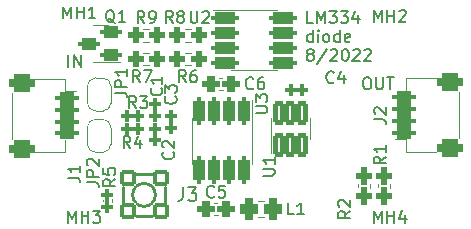
<source format=gbr>
%TF.GenerationSoftware,KiCad,Pcbnew,(6.0.4-0)*%
%TF.CreationDate,2022-08-01T10:55:25-06:00*%
%TF.ProjectId,lm334-source,6c6d3333-342d-4736-9f75-7263652e6b69,rev?*%
%TF.SameCoordinates,Original*%
%TF.FileFunction,Legend,Top*%
%TF.FilePolarity,Positive*%
%FSLAX46Y46*%
G04 Gerber Fmt 4.6, Leading zero omitted, Abs format (unit mm)*
G04 Created by KiCad (PCBNEW (6.0.4-0)) date 2022-08-01 10:55:25*
%MOMM*%
%LPD*%
G01*
G04 APERTURE LIST*
G04 Aperture macros list*
%AMRoundRect*
0 Rectangle with rounded corners*
0 $1 Rounding radius*
0 $2 $3 $4 $5 $6 $7 $8 $9 X,Y pos of 4 corners*
0 Add a 4 corners polygon primitive as box body*
4,1,4,$2,$3,$4,$5,$6,$7,$8,$9,$2,$3,0*
0 Add four circle primitives for the rounded corners*
1,1,$1+$1,$2,$3*
1,1,$1+$1,$4,$5*
1,1,$1+$1,$6,$7*
1,1,$1+$1,$8,$9*
0 Add four rect primitives between the rounded corners*
20,1,$1+$1,$2,$3,$4,$5,0*
20,1,$1+$1,$4,$5,$6,$7,0*
20,1,$1+$1,$6,$7,$8,$9,0*
20,1,$1+$1,$8,$9,$2,$3,0*%
%AMFreePoly0*
4,1,41,0.586777,0.930194,0.656366,0.874698,0.694986,0.794504,0.700000,0.750000,0.700000,-0.750000,0.680194,-0.836777,0.624698,-0.906366,0.544504,-0.944986,0.500000,-0.950000,0.000000,-0.950000,-0.023504,-0.944635,-0.083606,-0.943534,-0.139582,-0.934468,-0.274897,-0.892193,-0.326080,-0.867780,-0.444090,-0.789225,-0.486362,-0.751429,-0.577582,-0.642910,-0.607548,-0.594768,-0.664643,-0.465009,
-0.679893,-0.410393,-0.697476,-0.275933,-0.697084,-0.275882,-0.700000,-0.250000,-0.700000,0.250000,-0.697921,0.259109,-0.697582,0.286880,-0.675771,0.426957,-0.659192,0.481183,-0.598944,0.609508,-0.567811,0.656904,-0.473967,0.763162,-0.430783,0.799915,-0.310888,0.875563,-0.259125,0.898717,-0.122818,0.937674,-0.066635,0.945370,-0.042411,0.945222,0.000000,0.950000,0.500000,0.950000,
0.586777,0.930194,0.586777,0.930194,$1*%
%AMFreePoly1*
4,1,41,0.022678,0.944824,0.075125,0.944504,0.131210,0.936123,0.267031,0.895504,0.318507,0.871718,0.437469,0.794611,0.480202,0.757333,0.572740,0.649936,0.603290,0.602165,0.661967,0.473113,0.677883,0.418686,0.697980,0.278353,0.700000,0.250000,0.700000,-0.250000,0.699985,-0.252439,0.699836,-0.264655,0.697079,-0.295398,0.673559,-0.435199,0.656318,-0.489221,0.594506,-0.616800,
0.562797,-0.663810,0.467662,-0.768914,0.424032,-0.805137,0.303222,-0.879314,0.251181,-0.901834,0.114408,-0.939123,0.058135,-0.946132,0.037663,-0.945757,0.000000,-0.950000,-0.500000,-0.950000,-0.586777,-0.930194,-0.656366,-0.874698,-0.694986,-0.794504,-0.700000,-0.750000,-0.700000,0.750000,-0.680194,0.836777,-0.624698,0.906366,-0.544504,0.944986,-0.500000,0.950000,0.000000,0.950000,
0.022678,0.944824,0.022678,0.944824,$1*%
G04 Aperture macros list end*
%ADD10C,0.150000*%
%ADD11C,0.152000*%
%ADD12C,0.120000*%
%ADD13C,0.254000*%
%ADD14RoundRect,0.437500X-0.300000X-0.237500X0.300000X-0.237500X0.300000X0.237500X-0.300000X0.237500X0*%
%ADD15RoundRect,0.200000X0.325000X-0.780000X0.325000X0.780000X-0.325000X0.780000X-0.325000X-0.780000X0*%
%ADD16RoundRect,0.437500X0.250000X0.237500X-0.250000X0.237500X-0.250000X-0.237500X0.250000X-0.237500X0*%
%ADD17RoundRect,0.350000X-0.150000X0.825000X-0.150000X-0.825000X0.150000X-0.825000X0.150000X0.825000X0*%
%ADD18RoundRect,0.350000X-0.825000X-0.150000X0.825000X-0.150000X0.825000X0.150000X-0.825000X0.150000X0*%
%ADD19RoundRect,0.335000X-0.185000X0.135000X-0.185000X-0.135000X0.185000X-0.135000X0.185000X0.135000X0*%
%ADD20RoundRect,0.350000X0.587500X0.150000X-0.587500X0.150000X-0.587500X-0.150000X0.587500X-0.150000X0*%
%ADD21RoundRect,0.200000X-0.500000X-0.500000X0.500000X-0.500000X0.500000X0.500000X-0.500000X0.500000X0*%
%ADD22C,1.400000*%
%ADD23RoundRect,0.437500X0.300000X0.237500X-0.300000X0.237500X-0.300000X-0.237500X0.300000X-0.237500X0*%
%ADD24C,1.100000*%
%ADD25C,4.800000*%
%ADD26RoundRect,0.347500X0.147500X0.172500X-0.147500X0.172500X-0.147500X-0.172500X0.147500X-0.172500X0*%
%ADD27RoundRect,0.450000X0.325000X0.450000X-0.325000X0.450000X-0.325000X-0.450000X0.325000X-0.450000X0*%
%ADD28RoundRect,0.347500X-0.172500X0.147500X-0.172500X-0.147500X0.172500X-0.147500X0.172500X0.147500X0*%
%ADD29RoundRect,0.347500X-0.147500X-0.172500X0.147500X-0.172500X0.147500X0.172500X-0.147500X0.172500X0*%
%ADD30RoundRect,0.350000X-0.625000X0.150000X-0.625000X-0.150000X0.625000X-0.150000X0.625000X0.150000X0*%
%ADD31RoundRect,0.450000X-0.650000X0.350000X-0.650000X-0.350000X0.650000X-0.350000X0.650000X0.350000X0*%
%ADD32FreePoly0,270.000000*%
%ADD33FreePoly1,270.000000*%
%ADD34RoundRect,0.437500X0.237500X-0.287500X0.237500X0.287500X-0.237500X0.287500X-0.237500X-0.287500X0*%
%ADD35RoundRect,0.350000X0.625000X-0.150000X0.625000X0.150000X-0.625000X0.150000X-0.625000X-0.150000X0*%
%ADD36RoundRect,0.450000X0.650000X-0.350000X0.650000X0.350000X-0.650000X0.350000X-0.650000X-0.350000X0*%
G04 APERTURE END LIST*
D10*
X105326190Y-86402380D02*
X105326190Y-85402380D01*
X105802380Y-86402380D02*
X105802380Y-85402380D01*
X106373809Y-86402380D01*
X106373809Y-85402380D01*
X126061785Y-82692380D02*
X125585595Y-82692380D01*
X125585595Y-81692380D01*
X126395119Y-82692380D02*
X126395119Y-81692380D01*
X126728452Y-82406666D01*
X127061785Y-81692380D01*
X127061785Y-82692380D01*
X127442738Y-81692380D02*
X128061785Y-81692380D01*
X127728452Y-82073333D01*
X127871309Y-82073333D01*
X127966547Y-82120952D01*
X128014166Y-82168571D01*
X128061785Y-82263809D01*
X128061785Y-82501904D01*
X128014166Y-82597142D01*
X127966547Y-82644761D01*
X127871309Y-82692380D01*
X127585595Y-82692380D01*
X127490357Y-82644761D01*
X127442738Y-82597142D01*
X128395119Y-81692380D02*
X129014166Y-81692380D01*
X128680833Y-82073333D01*
X128823690Y-82073333D01*
X128918928Y-82120952D01*
X128966547Y-82168571D01*
X129014166Y-82263809D01*
X129014166Y-82501904D01*
X128966547Y-82597142D01*
X128918928Y-82644761D01*
X128823690Y-82692380D01*
X128537976Y-82692380D01*
X128442738Y-82644761D01*
X128395119Y-82597142D01*
X129871309Y-82025714D02*
X129871309Y-82692380D01*
X129633214Y-81644761D02*
X129395119Y-82359047D01*
X130014166Y-82359047D01*
X126014166Y-84302380D02*
X126014166Y-83302380D01*
X126014166Y-84254761D02*
X125918928Y-84302380D01*
X125728452Y-84302380D01*
X125633214Y-84254761D01*
X125585595Y-84207142D01*
X125537976Y-84111904D01*
X125537976Y-83826190D01*
X125585595Y-83730952D01*
X125633214Y-83683333D01*
X125728452Y-83635714D01*
X125918928Y-83635714D01*
X126014166Y-83683333D01*
X126490357Y-84302380D02*
X126490357Y-83635714D01*
X126490357Y-83302380D02*
X126442738Y-83350000D01*
X126490357Y-83397619D01*
X126537976Y-83350000D01*
X126490357Y-83302380D01*
X126490357Y-83397619D01*
X127109404Y-84302380D02*
X127014166Y-84254761D01*
X126966547Y-84207142D01*
X126918928Y-84111904D01*
X126918928Y-83826190D01*
X126966547Y-83730952D01*
X127014166Y-83683333D01*
X127109404Y-83635714D01*
X127252261Y-83635714D01*
X127347500Y-83683333D01*
X127395119Y-83730952D01*
X127442738Y-83826190D01*
X127442738Y-84111904D01*
X127395119Y-84207142D01*
X127347500Y-84254761D01*
X127252261Y-84302380D01*
X127109404Y-84302380D01*
X128299880Y-84302380D02*
X128299880Y-83302380D01*
X128299880Y-84254761D02*
X128204642Y-84302380D01*
X128014166Y-84302380D01*
X127918928Y-84254761D01*
X127871309Y-84207142D01*
X127823690Y-84111904D01*
X127823690Y-83826190D01*
X127871309Y-83730952D01*
X127918928Y-83683333D01*
X128014166Y-83635714D01*
X128204642Y-83635714D01*
X128299880Y-83683333D01*
X129157023Y-84254761D02*
X129061785Y-84302380D01*
X128871309Y-84302380D01*
X128776071Y-84254761D01*
X128728452Y-84159523D01*
X128728452Y-83778571D01*
X128776071Y-83683333D01*
X128871309Y-83635714D01*
X129061785Y-83635714D01*
X129157023Y-83683333D01*
X129204642Y-83778571D01*
X129204642Y-83873809D01*
X128728452Y-83969047D01*
X125728452Y-85340952D02*
X125633214Y-85293333D01*
X125585595Y-85245714D01*
X125537976Y-85150476D01*
X125537976Y-85102857D01*
X125585595Y-85007619D01*
X125633214Y-84960000D01*
X125728452Y-84912380D01*
X125918928Y-84912380D01*
X126014166Y-84960000D01*
X126061785Y-85007619D01*
X126109404Y-85102857D01*
X126109404Y-85150476D01*
X126061785Y-85245714D01*
X126014166Y-85293333D01*
X125918928Y-85340952D01*
X125728452Y-85340952D01*
X125633214Y-85388571D01*
X125585595Y-85436190D01*
X125537976Y-85531428D01*
X125537976Y-85721904D01*
X125585595Y-85817142D01*
X125633214Y-85864761D01*
X125728452Y-85912380D01*
X125918928Y-85912380D01*
X126014166Y-85864761D01*
X126061785Y-85817142D01*
X126109404Y-85721904D01*
X126109404Y-85531428D01*
X126061785Y-85436190D01*
X126014166Y-85388571D01*
X125918928Y-85340952D01*
X127252261Y-84864761D02*
X126395119Y-86150476D01*
X127537976Y-85007619D02*
X127585595Y-84960000D01*
X127680833Y-84912380D01*
X127918928Y-84912380D01*
X128014166Y-84960000D01*
X128061785Y-85007619D01*
X128109404Y-85102857D01*
X128109404Y-85198095D01*
X128061785Y-85340952D01*
X127490357Y-85912380D01*
X128109404Y-85912380D01*
X128728452Y-84912380D02*
X128823690Y-84912380D01*
X128918928Y-84960000D01*
X128966547Y-85007619D01*
X129014166Y-85102857D01*
X129061785Y-85293333D01*
X129061785Y-85531428D01*
X129014166Y-85721904D01*
X128966547Y-85817142D01*
X128918928Y-85864761D01*
X128823690Y-85912380D01*
X128728452Y-85912380D01*
X128633214Y-85864761D01*
X128585595Y-85817142D01*
X128537976Y-85721904D01*
X128490357Y-85531428D01*
X128490357Y-85293333D01*
X128537976Y-85102857D01*
X128585595Y-85007619D01*
X128633214Y-84960000D01*
X128728452Y-84912380D01*
X129442738Y-85007619D02*
X129490357Y-84960000D01*
X129585595Y-84912380D01*
X129823690Y-84912380D01*
X129918928Y-84960000D01*
X129966547Y-85007619D01*
X130014166Y-85102857D01*
X130014166Y-85198095D01*
X129966547Y-85340952D01*
X129395119Y-85912380D01*
X130014166Y-85912380D01*
X130395119Y-85007619D02*
X130442738Y-84960000D01*
X130537976Y-84912380D01*
X130776071Y-84912380D01*
X130871309Y-84960000D01*
X130918928Y-85007619D01*
X130966547Y-85102857D01*
X130966547Y-85198095D01*
X130918928Y-85340952D01*
X130347500Y-85912380D01*
X130966547Y-85912380D01*
X130550000Y-87302380D02*
X130740476Y-87302380D01*
X130835714Y-87350000D01*
X130930952Y-87445238D01*
X130978571Y-87635714D01*
X130978571Y-87969047D01*
X130930952Y-88159523D01*
X130835714Y-88254761D01*
X130740476Y-88302380D01*
X130550000Y-88302380D01*
X130454761Y-88254761D01*
X130359523Y-88159523D01*
X130311904Y-87969047D01*
X130311904Y-87635714D01*
X130359523Y-87445238D01*
X130454761Y-87350000D01*
X130550000Y-87302380D01*
X131407142Y-87302380D02*
X131407142Y-88111904D01*
X131454761Y-88207142D01*
X131502380Y-88254761D01*
X131597619Y-88302380D01*
X131788095Y-88302380D01*
X131883333Y-88254761D01*
X131930952Y-88207142D01*
X131978571Y-88111904D01*
X131978571Y-87302380D01*
X132311904Y-87302380D02*
X132883333Y-87302380D01*
X132597619Y-88302380D02*
X132597619Y-87302380D01*
%TO.C,C5*%
X117683333Y-97377142D02*
X117635714Y-97424761D01*
X117492857Y-97472380D01*
X117397619Y-97472380D01*
X117254761Y-97424761D01*
X117159523Y-97329523D01*
X117111904Y-97234285D01*
X117064285Y-97043809D01*
X117064285Y-96900952D01*
X117111904Y-96710476D01*
X117159523Y-96615238D01*
X117254761Y-96520000D01*
X117397619Y-96472380D01*
X117492857Y-96472380D01*
X117635714Y-96520000D01*
X117683333Y-96567619D01*
X118588095Y-96472380D02*
X118111904Y-96472380D01*
X118064285Y-96948571D01*
X118111904Y-96900952D01*
X118207142Y-96853333D01*
X118445238Y-96853333D01*
X118540476Y-96900952D01*
X118588095Y-96948571D01*
X118635714Y-97043809D01*
X118635714Y-97281904D01*
X118588095Y-97377142D01*
X118540476Y-97424761D01*
X118445238Y-97472380D01*
X118207142Y-97472380D01*
X118111904Y-97424761D01*
X118064285Y-97377142D01*
%TO.C,U1*%
X121802380Y-95611904D02*
X122611904Y-95611904D01*
X122707142Y-95564285D01*
X122754761Y-95516666D01*
X122802380Y-95421428D01*
X122802380Y-95230952D01*
X122754761Y-95135714D01*
X122707142Y-95088095D01*
X122611904Y-95040476D01*
X121802380Y-95040476D01*
X122802380Y-94040476D02*
X122802380Y-94611904D01*
X122802380Y-94326190D02*
X121802380Y-94326190D01*
X121945238Y-94421428D01*
X122040476Y-94516666D01*
X122088095Y-94611904D01*
%TO.C,R9*%
X111783333Y-82702380D02*
X111450000Y-82226190D01*
X111211904Y-82702380D02*
X111211904Y-81702380D01*
X111592857Y-81702380D01*
X111688095Y-81750000D01*
X111735714Y-81797619D01*
X111783333Y-81892857D01*
X111783333Y-82035714D01*
X111735714Y-82130952D01*
X111688095Y-82178571D01*
X111592857Y-82226190D01*
X111211904Y-82226190D01*
X112259523Y-82702380D02*
X112450000Y-82702380D01*
X112545238Y-82654761D01*
X112592857Y-82607142D01*
X112688095Y-82464285D01*
X112735714Y-82273809D01*
X112735714Y-81892857D01*
X112688095Y-81797619D01*
X112640476Y-81750000D01*
X112545238Y-81702380D01*
X112354761Y-81702380D01*
X112259523Y-81750000D01*
X112211904Y-81797619D01*
X112164285Y-81892857D01*
X112164285Y-82130952D01*
X112211904Y-82226190D01*
X112259523Y-82273809D01*
X112354761Y-82321428D01*
X112545238Y-82321428D01*
X112640476Y-82273809D01*
X112688095Y-82226190D01*
X112735714Y-82130952D01*
%TO.C,R8*%
X114183333Y-82702380D02*
X113850000Y-82226190D01*
X113611904Y-82702380D02*
X113611904Y-81702380D01*
X113992857Y-81702380D01*
X114088095Y-81750000D01*
X114135714Y-81797619D01*
X114183333Y-81892857D01*
X114183333Y-82035714D01*
X114135714Y-82130952D01*
X114088095Y-82178571D01*
X113992857Y-82226190D01*
X113611904Y-82226190D01*
X114754761Y-82130952D02*
X114659523Y-82083333D01*
X114611904Y-82035714D01*
X114564285Y-81940476D01*
X114564285Y-81892857D01*
X114611904Y-81797619D01*
X114659523Y-81750000D01*
X114754761Y-81702380D01*
X114945238Y-81702380D01*
X115040476Y-81750000D01*
X115088095Y-81797619D01*
X115135714Y-81892857D01*
X115135714Y-81940476D01*
X115088095Y-82035714D01*
X115040476Y-82083333D01*
X114945238Y-82130952D01*
X114754761Y-82130952D01*
X114659523Y-82178571D01*
X114611904Y-82226190D01*
X114564285Y-82321428D01*
X114564285Y-82511904D01*
X114611904Y-82607142D01*
X114659523Y-82654761D01*
X114754761Y-82702380D01*
X114945238Y-82702380D01*
X115040476Y-82654761D01*
X115088095Y-82607142D01*
X115135714Y-82511904D01*
X115135714Y-82321428D01*
X115088095Y-82226190D01*
X115040476Y-82178571D01*
X114945238Y-82130952D01*
%TO.C,R7*%
X111383333Y-87702380D02*
X111050000Y-87226190D01*
X110811904Y-87702380D02*
X110811904Y-86702380D01*
X111192857Y-86702380D01*
X111288095Y-86750000D01*
X111335714Y-86797619D01*
X111383333Y-86892857D01*
X111383333Y-87035714D01*
X111335714Y-87130952D01*
X111288095Y-87178571D01*
X111192857Y-87226190D01*
X110811904Y-87226190D01*
X111716666Y-86702380D02*
X112383333Y-86702380D01*
X111954761Y-87702380D01*
%TO.C,R6*%
X115283333Y-87702380D02*
X114950000Y-87226190D01*
X114711904Y-87702380D02*
X114711904Y-86702380D01*
X115092857Y-86702380D01*
X115188095Y-86750000D01*
X115235714Y-86797619D01*
X115283333Y-86892857D01*
X115283333Y-87035714D01*
X115235714Y-87130952D01*
X115188095Y-87178571D01*
X115092857Y-87226190D01*
X114711904Y-87226190D01*
X116140476Y-86702380D02*
X115950000Y-86702380D01*
X115854761Y-86750000D01*
X115807142Y-86797619D01*
X115711904Y-86940476D01*
X115664285Y-87130952D01*
X115664285Y-87511904D01*
X115711904Y-87607142D01*
X115759523Y-87654761D01*
X115854761Y-87702380D01*
X116045238Y-87702380D01*
X116140476Y-87654761D01*
X116188095Y-87607142D01*
X116235714Y-87511904D01*
X116235714Y-87273809D01*
X116188095Y-87178571D01*
X116140476Y-87130952D01*
X116045238Y-87083333D01*
X115854761Y-87083333D01*
X115759523Y-87130952D01*
X115711904Y-87178571D01*
X115664285Y-87273809D01*
%TO.C,U3*%
X121202380Y-90311904D02*
X122011904Y-90311904D01*
X122107142Y-90264285D01*
X122154761Y-90216666D01*
X122202380Y-90121428D01*
X122202380Y-89930952D01*
X122154761Y-89835714D01*
X122107142Y-89788095D01*
X122011904Y-89740476D01*
X121202380Y-89740476D01*
X121202380Y-89359523D02*
X121202380Y-88740476D01*
X121583333Y-89073809D01*
X121583333Y-88930952D01*
X121630952Y-88835714D01*
X121678571Y-88788095D01*
X121773809Y-88740476D01*
X122011904Y-88740476D01*
X122107142Y-88788095D01*
X122154761Y-88835714D01*
X122202380Y-88930952D01*
X122202380Y-89216666D01*
X122154761Y-89311904D01*
X122107142Y-89359523D01*
%TO.C,U2*%
X115688095Y-81702380D02*
X115688095Y-82511904D01*
X115735714Y-82607142D01*
X115783333Y-82654761D01*
X115878571Y-82702380D01*
X116069047Y-82702380D01*
X116164285Y-82654761D01*
X116211904Y-82607142D01*
X116259523Y-82511904D01*
X116259523Y-81702380D01*
X116688095Y-81797619D02*
X116735714Y-81750000D01*
X116830952Y-81702380D01*
X117069047Y-81702380D01*
X117164285Y-81750000D01*
X117211904Y-81797619D01*
X117259523Y-81892857D01*
X117259523Y-81988095D01*
X117211904Y-82130952D01*
X116640476Y-82702380D01*
X117259523Y-82702380D01*
%TO.C,R5*%
X109302380Y-95916666D02*
X108826190Y-96250000D01*
X109302380Y-96488095D02*
X108302380Y-96488095D01*
X108302380Y-96107142D01*
X108350000Y-96011904D01*
X108397619Y-95964285D01*
X108492857Y-95916666D01*
X108635714Y-95916666D01*
X108730952Y-95964285D01*
X108778571Y-96011904D01*
X108826190Y-96107142D01*
X108826190Y-96488095D01*
X108302380Y-95011904D02*
X108302380Y-95488095D01*
X108778571Y-95535714D01*
X108730952Y-95488095D01*
X108683333Y-95392857D01*
X108683333Y-95154761D01*
X108730952Y-95059523D01*
X108778571Y-95011904D01*
X108873809Y-94964285D01*
X109111904Y-94964285D01*
X109207142Y-95011904D01*
X109254761Y-95059523D01*
X109302380Y-95154761D01*
X109302380Y-95392857D01*
X109254761Y-95488095D01*
X109207142Y-95535714D01*
%TO.C,Q1*%
X109254761Y-82697619D02*
X109159523Y-82650000D01*
X109064285Y-82554761D01*
X108921428Y-82411904D01*
X108826190Y-82364285D01*
X108730952Y-82364285D01*
X108778571Y-82602380D02*
X108683333Y-82554761D01*
X108588095Y-82459523D01*
X108540476Y-82269047D01*
X108540476Y-81935714D01*
X108588095Y-81745238D01*
X108683333Y-81650000D01*
X108778571Y-81602380D01*
X108969047Y-81602380D01*
X109064285Y-81650000D01*
X109159523Y-81745238D01*
X109207142Y-81935714D01*
X109207142Y-82269047D01*
X109159523Y-82459523D01*
X109064285Y-82554761D01*
X108969047Y-82602380D01*
X108778571Y-82602380D01*
X110159523Y-82602380D02*
X109588095Y-82602380D01*
X109873809Y-82602380D02*
X109873809Y-81602380D01*
X109778571Y-81745238D01*
X109683333Y-81840476D01*
X109588095Y-81888095D01*
D11*
%TO.C,J3*%
X115047514Y-96624071D02*
X115047514Y-97440500D01*
X114993085Y-97603785D01*
X114884228Y-97712642D01*
X114720942Y-97767071D01*
X114612085Y-97767071D01*
X115482942Y-96624071D02*
X116190514Y-96624071D01*
X115809514Y-97059500D01*
X115972800Y-97059500D01*
X116081657Y-97113928D01*
X116136085Y-97168357D01*
X116190514Y-97277214D01*
X116190514Y-97549357D01*
X116136085Y-97658214D01*
X116081657Y-97712642D01*
X115972800Y-97767071D01*
X115646228Y-97767071D01*
X115537371Y-97712642D01*
X115482942Y-97658214D01*
D10*
%TO.C,C6*%
X120983333Y-88207142D02*
X120935714Y-88254761D01*
X120792857Y-88302380D01*
X120697619Y-88302380D01*
X120554761Y-88254761D01*
X120459523Y-88159523D01*
X120411904Y-88064285D01*
X120364285Y-87873809D01*
X120364285Y-87730952D01*
X120411904Y-87540476D01*
X120459523Y-87445238D01*
X120554761Y-87350000D01*
X120697619Y-87302380D01*
X120792857Y-87302380D01*
X120935714Y-87350000D01*
X120983333Y-87397619D01*
X121840476Y-87302380D02*
X121650000Y-87302380D01*
X121554761Y-87350000D01*
X121507142Y-87397619D01*
X121411904Y-87540476D01*
X121364285Y-87730952D01*
X121364285Y-88111904D01*
X121411904Y-88207142D01*
X121459523Y-88254761D01*
X121554761Y-88302380D01*
X121745238Y-88302380D01*
X121840476Y-88254761D01*
X121888095Y-88207142D01*
X121935714Y-88111904D01*
X121935714Y-87873809D01*
X121888095Y-87778571D01*
X121840476Y-87730952D01*
X121745238Y-87683333D01*
X121554761Y-87683333D01*
X121459523Y-87730952D01*
X121411904Y-87778571D01*
X121364285Y-87873809D01*
%TO.C,MH1*%
X104916666Y-82302380D02*
X104916666Y-81302380D01*
X105250000Y-82016666D01*
X105583333Y-81302380D01*
X105583333Y-82302380D01*
X106059523Y-82302380D02*
X106059523Y-81302380D01*
X106059523Y-81778571D02*
X106630952Y-81778571D01*
X106630952Y-82302380D02*
X106630952Y-81302380D01*
X107630952Y-82302380D02*
X107059523Y-82302380D01*
X107345238Y-82302380D02*
X107345238Y-81302380D01*
X107250000Y-81445238D01*
X107154761Y-81540476D01*
X107059523Y-81588095D01*
%TO.C,MH2*%
X131216666Y-82602380D02*
X131216666Y-81602380D01*
X131550000Y-82316666D01*
X131883333Y-81602380D01*
X131883333Y-82602380D01*
X132359523Y-82602380D02*
X132359523Y-81602380D01*
X132359523Y-82078571D02*
X132930952Y-82078571D01*
X132930952Y-82602380D02*
X132930952Y-81602380D01*
X133359523Y-81697619D02*
X133407142Y-81650000D01*
X133502380Y-81602380D01*
X133740476Y-81602380D01*
X133835714Y-81650000D01*
X133883333Y-81697619D01*
X133930952Y-81792857D01*
X133930952Y-81888095D01*
X133883333Y-82030952D01*
X133311904Y-82602380D01*
X133930952Y-82602380D01*
%TO.C,MH3*%
X105316666Y-99602380D02*
X105316666Y-98602380D01*
X105650000Y-99316666D01*
X105983333Y-98602380D01*
X105983333Y-99602380D01*
X106459523Y-99602380D02*
X106459523Y-98602380D01*
X106459523Y-99078571D02*
X107030952Y-99078571D01*
X107030952Y-99602380D02*
X107030952Y-98602380D01*
X107411904Y-98602380D02*
X108030952Y-98602380D01*
X107697619Y-98983333D01*
X107840476Y-98983333D01*
X107935714Y-99030952D01*
X107983333Y-99078571D01*
X108030952Y-99173809D01*
X108030952Y-99411904D01*
X107983333Y-99507142D01*
X107935714Y-99554761D01*
X107840476Y-99602380D01*
X107554761Y-99602380D01*
X107459523Y-99554761D01*
X107411904Y-99507142D01*
%TO.C,MH4*%
X131216666Y-99602380D02*
X131216666Y-98602380D01*
X131550000Y-99316666D01*
X131883333Y-98602380D01*
X131883333Y-99602380D01*
X132359523Y-99602380D02*
X132359523Y-98602380D01*
X132359523Y-99078571D02*
X132930952Y-99078571D01*
X132930952Y-99602380D02*
X132930952Y-98602380D01*
X133835714Y-98935714D02*
X133835714Y-99602380D01*
X133597619Y-98554761D02*
X133359523Y-99269047D01*
X133978571Y-99269047D01*
%TO.C,R3*%
X111083333Y-89902380D02*
X110750000Y-89426190D01*
X110511904Y-89902380D02*
X110511904Y-88902380D01*
X110892857Y-88902380D01*
X110988095Y-88950000D01*
X111035714Y-88997619D01*
X111083333Y-89092857D01*
X111083333Y-89235714D01*
X111035714Y-89330952D01*
X110988095Y-89378571D01*
X110892857Y-89426190D01*
X110511904Y-89426190D01*
X111416666Y-88902380D02*
X112035714Y-88902380D01*
X111702380Y-89283333D01*
X111845238Y-89283333D01*
X111940476Y-89330952D01*
X111988095Y-89378571D01*
X112035714Y-89473809D01*
X112035714Y-89711904D01*
X111988095Y-89807142D01*
X111940476Y-89854761D01*
X111845238Y-89902380D01*
X111559523Y-89902380D01*
X111464285Y-89854761D01*
X111416666Y-89807142D01*
%TO.C,R4*%
X110583333Y-93272380D02*
X110250000Y-92796190D01*
X110011904Y-93272380D02*
X110011904Y-92272380D01*
X110392857Y-92272380D01*
X110488095Y-92320000D01*
X110535714Y-92367619D01*
X110583333Y-92462857D01*
X110583333Y-92605714D01*
X110535714Y-92700952D01*
X110488095Y-92748571D01*
X110392857Y-92796190D01*
X110011904Y-92796190D01*
X111440476Y-92605714D02*
X111440476Y-93272380D01*
X111202380Y-92224761D02*
X110964285Y-92939047D01*
X111583333Y-92939047D01*
%TO.C,L1*%
X124443333Y-98902380D02*
X123967142Y-98902380D01*
X123967142Y-97902380D01*
X125300476Y-98902380D02*
X124729047Y-98902380D01*
X125014761Y-98902380D02*
X125014761Y-97902380D01*
X124919523Y-98045238D01*
X124824285Y-98140476D01*
X124729047Y-98188095D01*
%TO.C,C1*%
X113207142Y-88216666D02*
X113254761Y-88264285D01*
X113302380Y-88407142D01*
X113302380Y-88502380D01*
X113254761Y-88645238D01*
X113159523Y-88740476D01*
X113064285Y-88788095D01*
X112873809Y-88835714D01*
X112730952Y-88835714D01*
X112540476Y-88788095D01*
X112445238Y-88740476D01*
X112350000Y-88645238D01*
X112302380Y-88502380D01*
X112302380Y-88407142D01*
X112350000Y-88264285D01*
X112397619Y-88216666D01*
X113302380Y-87264285D02*
X113302380Y-87835714D01*
X113302380Y-87550000D02*
X112302380Y-87550000D01*
X112445238Y-87645238D01*
X112540476Y-87740476D01*
X112588095Y-87835714D01*
%TO.C,C2*%
X114207142Y-93616666D02*
X114254761Y-93664285D01*
X114302380Y-93807142D01*
X114302380Y-93902380D01*
X114254761Y-94045238D01*
X114159523Y-94140476D01*
X114064285Y-94188095D01*
X113873809Y-94235714D01*
X113730952Y-94235714D01*
X113540476Y-94188095D01*
X113445238Y-94140476D01*
X113350000Y-94045238D01*
X113302380Y-93902380D01*
X113302380Y-93807142D01*
X113350000Y-93664285D01*
X113397619Y-93616666D01*
X113397619Y-93235714D02*
X113350000Y-93188095D01*
X113302380Y-93092857D01*
X113302380Y-92854761D01*
X113350000Y-92759523D01*
X113397619Y-92711904D01*
X113492857Y-92664285D01*
X113588095Y-92664285D01*
X113730952Y-92711904D01*
X114302380Y-93283333D01*
X114302380Y-92664285D01*
%TO.C,C3*%
X114407142Y-88916666D02*
X114454761Y-88964285D01*
X114502380Y-89107142D01*
X114502380Y-89202380D01*
X114454761Y-89345238D01*
X114359523Y-89440476D01*
X114264285Y-89488095D01*
X114073809Y-89535714D01*
X113930952Y-89535714D01*
X113740476Y-89488095D01*
X113645238Y-89440476D01*
X113550000Y-89345238D01*
X113502380Y-89202380D01*
X113502380Y-89107142D01*
X113550000Y-88964285D01*
X113597619Y-88916666D01*
X113502380Y-88583333D02*
X113502380Y-87964285D01*
X113883333Y-88297619D01*
X113883333Y-88154761D01*
X113930952Y-88059523D01*
X113978571Y-88011904D01*
X114073809Y-87964285D01*
X114311904Y-87964285D01*
X114407142Y-88011904D01*
X114454761Y-88059523D01*
X114502380Y-88154761D01*
X114502380Y-88440476D01*
X114454761Y-88535714D01*
X114407142Y-88583333D01*
%TO.C,C4*%
X127808333Y-87707142D02*
X127760714Y-87754761D01*
X127617857Y-87802380D01*
X127522619Y-87802380D01*
X127379761Y-87754761D01*
X127284523Y-87659523D01*
X127236904Y-87564285D01*
X127189285Y-87373809D01*
X127189285Y-87230952D01*
X127236904Y-87040476D01*
X127284523Y-86945238D01*
X127379761Y-86850000D01*
X127522619Y-86802380D01*
X127617857Y-86802380D01*
X127760714Y-86850000D01*
X127808333Y-86897619D01*
X128665476Y-87135714D02*
X128665476Y-87802380D01*
X128427380Y-86754761D02*
X128189285Y-87469047D01*
X128808333Y-87469047D01*
%TO.C,J1*%
X105302380Y-95783333D02*
X106016666Y-95783333D01*
X106159523Y-95830952D01*
X106254761Y-95926190D01*
X106302380Y-96069047D01*
X106302380Y-96164285D01*
X106302380Y-94783333D02*
X106302380Y-95354761D01*
X106302380Y-95069047D02*
X105302380Y-95069047D01*
X105445238Y-95164285D01*
X105540476Y-95259523D01*
X105588095Y-95354761D01*
%TO.C,JP1*%
X109302380Y-88583333D02*
X110016666Y-88583333D01*
X110159523Y-88630952D01*
X110254761Y-88726190D01*
X110302380Y-88869047D01*
X110302380Y-88964285D01*
X110302380Y-88107142D02*
X109302380Y-88107142D01*
X109302380Y-87726190D01*
X109350000Y-87630952D01*
X109397619Y-87583333D01*
X109492857Y-87535714D01*
X109635714Y-87535714D01*
X109730952Y-87583333D01*
X109778571Y-87630952D01*
X109826190Y-87726190D01*
X109826190Y-88107142D01*
X110302380Y-86583333D02*
X110302380Y-87154761D01*
X110302380Y-86869047D02*
X109302380Y-86869047D01*
X109445238Y-86964285D01*
X109540476Y-87059523D01*
X109588095Y-87154761D01*
%TO.C,JP2*%
X106902380Y-96183333D02*
X107616666Y-96183333D01*
X107759523Y-96230952D01*
X107854761Y-96326190D01*
X107902380Y-96469047D01*
X107902380Y-96564285D01*
X107902380Y-95707142D02*
X106902380Y-95707142D01*
X106902380Y-95326190D01*
X106950000Y-95230952D01*
X106997619Y-95183333D01*
X107092857Y-95135714D01*
X107235714Y-95135714D01*
X107330952Y-95183333D01*
X107378571Y-95230952D01*
X107426190Y-95326190D01*
X107426190Y-95707142D01*
X106997619Y-94754761D02*
X106950000Y-94707142D01*
X106902380Y-94611904D01*
X106902380Y-94373809D01*
X106950000Y-94278571D01*
X106997619Y-94230952D01*
X107092857Y-94183333D01*
X107188095Y-94183333D01*
X107330952Y-94230952D01*
X107902380Y-94802380D01*
X107902380Y-94183333D01*
%TO.C,R1*%
X132202380Y-94016666D02*
X131726190Y-94350000D01*
X132202380Y-94588095D02*
X131202380Y-94588095D01*
X131202380Y-94207142D01*
X131250000Y-94111904D01*
X131297619Y-94064285D01*
X131392857Y-94016666D01*
X131535714Y-94016666D01*
X131630952Y-94064285D01*
X131678571Y-94111904D01*
X131726190Y-94207142D01*
X131726190Y-94588095D01*
X132202380Y-93064285D02*
X132202380Y-93635714D01*
X132202380Y-93350000D02*
X131202380Y-93350000D01*
X131345238Y-93445238D01*
X131440476Y-93540476D01*
X131488095Y-93635714D01*
%TO.C,R2*%
X129202380Y-98616666D02*
X128726190Y-98950000D01*
X129202380Y-99188095D02*
X128202380Y-99188095D01*
X128202380Y-98807142D01*
X128250000Y-98711904D01*
X128297619Y-98664285D01*
X128392857Y-98616666D01*
X128535714Y-98616666D01*
X128630952Y-98664285D01*
X128678571Y-98711904D01*
X128726190Y-98807142D01*
X128726190Y-99188095D01*
X128297619Y-98235714D02*
X128250000Y-98188095D01*
X128202380Y-98092857D01*
X128202380Y-97854761D01*
X128250000Y-97759523D01*
X128297619Y-97711904D01*
X128392857Y-97664285D01*
X128488095Y-97664285D01*
X128630952Y-97711904D01*
X129202380Y-98283333D01*
X129202380Y-97664285D01*
%TO.C,J2*%
X131222380Y-90833333D02*
X131936666Y-90833333D01*
X132079523Y-90880952D01*
X132174761Y-90976190D01*
X132222380Y-91119047D01*
X132222380Y-91214285D01*
X131317619Y-90404761D02*
X131270000Y-90357142D01*
X131222380Y-90261904D01*
X131222380Y-90023809D01*
X131270000Y-89928571D01*
X131317619Y-89880952D01*
X131412857Y-89833333D01*
X131508095Y-89833333D01*
X131650952Y-89880952D01*
X132222380Y-90452380D01*
X132222380Y-89833333D01*
D12*
%TO.C,C5*%
X117703733Y-97940000D02*
X117996267Y-97940000D01*
X117703733Y-98960000D02*
X117996267Y-98960000D01*
%TO.C,U1*%
X125760000Y-92550000D02*
X125760000Y-90750000D01*
X122540000Y-90750000D02*
X122540000Y-93700000D01*
%TO.C,R9*%
X112204724Y-84272500D02*
X111695276Y-84272500D01*
X112204724Y-83227500D02*
X111695276Y-83227500D01*
%TO.C,R8*%
X115704724Y-83227500D02*
X115195276Y-83227500D01*
X115704724Y-84272500D02*
X115195276Y-84272500D01*
%TO.C,R7*%
X112204724Y-86272500D02*
X111695276Y-86272500D01*
X112204724Y-85227500D02*
X111695276Y-85227500D01*
%TO.C,R6*%
X115704724Y-85227500D02*
X115195276Y-85227500D01*
X115704724Y-86272500D02*
X115195276Y-86272500D01*
%TO.C,U3*%
X120910000Y-92650000D02*
X120910000Y-94600000D01*
X115790000Y-92650000D02*
X115790000Y-94600000D01*
X120910000Y-92650000D02*
X120910000Y-89200000D01*
X115790000Y-92650000D02*
X115790000Y-90700000D01*
%TO.C,U2*%
X121050000Y-81590000D02*
X123000000Y-81590000D01*
X121050000Y-86710000D02*
X123000000Y-86710000D01*
X121050000Y-81590000D02*
X117600000Y-81590000D01*
X121050000Y-86710000D02*
X119100000Y-86710000D01*
%TO.C,R5*%
X108270000Y-97586359D02*
X108270000Y-97893641D01*
X109030000Y-97586359D02*
X109030000Y-97893641D01*
%TO.C,Q1*%
X108050000Y-82890000D02*
X108700000Y-82890000D01*
X108050000Y-86010000D02*
X109725000Y-86010000D01*
X108050000Y-82890000D02*
X107400000Y-82890000D01*
X108050000Y-86010000D02*
X107400000Y-86010000D01*
D13*
%TO.C,J3*%
X112717000Y-97250000D02*
G75*
G03*
X112717000Y-97250000I-967000J0D01*
G01*
X109972000Y-96581000D02*
X109972000Y-97919000D01*
X111081000Y-99028000D02*
X112419000Y-99028000D01*
X113528000Y-97919000D02*
X113528000Y-96581000D01*
X112419000Y-95472000D02*
X111081000Y-95472000D01*
D12*
%TO.C,C6*%
X118396267Y-87340000D02*
X118103733Y-87340000D01*
X118396267Y-88360000D02*
X118103733Y-88360000D01*
%TO.C,L1*%
X121896252Y-99160000D02*
X121373748Y-99160000D01*
X121896252Y-97740000D02*
X121373748Y-97740000D01*
%TO.C,J1*%
X102535000Y-87440000D02*
X105035000Y-87440000D01*
X100565000Y-88610000D02*
X100565000Y-92490000D01*
X102535000Y-93660000D02*
X105035000Y-93660000D01*
X105035000Y-87440000D02*
X105035000Y-88490000D01*
X105035000Y-93660000D02*
X105035000Y-92610000D01*
X105035000Y-88490000D02*
X106025000Y-88490000D01*
%TO.C,JP1*%
X108250000Y-90150000D02*
X107650000Y-90150000D01*
X106950000Y-89450000D02*
X106950000Y-88050000D01*
X108950000Y-88050000D02*
X108950000Y-89450000D01*
X107650000Y-87350000D02*
X108250000Y-87350000D01*
X106950000Y-89450000D02*
G75*
G03*
X107650000Y-90150000I700000J0D01*
G01*
X107650000Y-87350000D02*
G75*
G03*
X106950000Y-88050000I-1J-699999D01*
G01*
X108250000Y-90150000D02*
G75*
G03*
X108950000Y-89450000I0J700000D01*
G01*
X108950000Y-88050000D02*
G75*
G03*
X108250000Y-87350000I-699999J1D01*
G01*
%TO.C,JP2*%
X108250000Y-93650000D02*
X107650000Y-93650000D01*
X107650000Y-90850000D02*
X108250000Y-90850000D01*
X106950000Y-92950000D02*
X106950000Y-91550000D01*
X108950000Y-91550000D02*
X108950000Y-92950000D01*
X106950000Y-92950000D02*
G75*
G03*
X107650000Y-93650000I700000J0D01*
G01*
X107650000Y-90850000D02*
G75*
G03*
X106950000Y-91550000I-1J-699999D01*
G01*
X108950000Y-91550000D02*
G75*
G03*
X108250000Y-90850000I-699999J1D01*
G01*
X108250000Y-93650000D02*
G75*
G03*
X108950000Y-92950000I0J700000D01*
G01*
%TO.C,R1*%
X131540000Y-96671267D02*
X131540000Y-96328733D01*
X132560000Y-96671267D02*
X132560000Y-96328733D01*
%TO.C,R2*%
X129890000Y-96671267D02*
X129890000Y-96328733D01*
X130910000Y-96671267D02*
X130910000Y-96328733D01*
%TO.C,J2*%
X136465000Y-87390000D02*
X133965000Y-87390000D01*
X136465000Y-93610000D02*
X133965000Y-93610000D01*
X133965000Y-93610000D02*
X133965000Y-92560000D01*
X133965000Y-87390000D02*
X133965000Y-88440000D01*
X138435000Y-92440000D02*
X138435000Y-88560000D01*
X133965000Y-92560000D02*
X132975000Y-92560000D01*
%TD*%
%LPC*%
D14*
%TO.C,C5*%
X116987500Y-98450000D03*
X118712500Y-98450000D03*
%TD*%
D15*
%TO.C,U1*%
X123200000Y-93000000D03*
X124150000Y-93000000D03*
X125100000Y-93000000D03*
X125100000Y-90300000D03*
X124150000Y-90300000D03*
X123200000Y-90300000D03*
%TD*%
D16*
%TO.C,R9*%
X112862500Y-83750000D03*
X111037500Y-83750000D03*
%TD*%
%TO.C,R8*%
X114537500Y-83750000D03*
X116362500Y-83750000D03*
%TD*%
%TO.C,R7*%
X112862500Y-85750000D03*
X111037500Y-85750000D03*
%TD*%
%TO.C,R6*%
X114537500Y-85750000D03*
X116362500Y-85750000D03*
%TD*%
D17*
%TO.C,U3*%
X120255000Y-90175000D03*
X118985000Y-90175000D03*
X117715000Y-90175000D03*
X116445000Y-90175000D03*
X116445000Y-95125000D03*
X117715000Y-95125000D03*
X118985000Y-95125000D03*
X120255000Y-95125000D03*
%TD*%
D18*
%TO.C,U2*%
X118575000Y-82245000D03*
X118575000Y-83515000D03*
X118575000Y-84785000D03*
X118575000Y-86055000D03*
X123525000Y-86055000D03*
X123525000Y-84785000D03*
X123525000Y-83515000D03*
X123525000Y-82245000D03*
%TD*%
D19*
%TO.C,R5*%
X108650000Y-98250000D03*
X108650000Y-97230000D03*
%TD*%
D20*
%TO.C,Q1*%
X107112500Y-84450000D03*
X108987500Y-83500000D03*
X108987500Y-85400000D03*
%TD*%
D21*
%TO.C,J3*%
X110350000Y-95850000D03*
X113150000Y-95850000D03*
X113150000Y-98650000D03*
X110350000Y-98650000D03*
D22*
X111750000Y-97250000D03*
%TD*%
D23*
%TO.C,C6*%
X117387500Y-87850000D03*
X119112500Y-87850000D03*
%TD*%
D24*
%TO.C,MH1*%
X101350000Y-84000000D03*
X103000000Y-82350000D03*
X104166726Y-85166726D03*
X104166726Y-82833274D03*
D25*
X103000000Y-84000000D03*
D24*
X104650000Y-84000000D03*
X101833274Y-82833274D03*
X101833274Y-85166726D03*
X103000000Y-85650000D03*
%TD*%
D25*
%TO.C,MH2*%
X136000000Y-84000000D03*
D24*
X137166726Y-82833274D03*
X134350000Y-84000000D03*
X137650000Y-84000000D03*
X137166726Y-85166726D03*
X136000000Y-82350000D03*
X136000000Y-85650000D03*
X134833274Y-85166726D03*
X134833274Y-82833274D03*
%TD*%
%TO.C,MH3*%
X101833274Y-98166726D03*
D25*
X103000000Y-97000000D03*
D24*
X104166726Y-98166726D03*
X101833274Y-95833274D03*
X104166726Y-95833274D03*
X103000000Y-95350000D03*
X104650000Y-97000000D03*
X101350000Y-97000000D03*
X103000000Y-98650000D03*
%TD*%
D25*
%TO.C,MH4*%
X136000000Y-97000000D03*
D24*
X134833274Y-95833274D03*
X134350000Y-97000000D03*
X137650000Y-97000000D03*
X136000000Y-95350000D03*
X137166726Y-98166726D03*
X137166726Y-95833274D03*
X134833274Y-98166726D03*
X136000000Y-98650000D03*
%TD*%
D26*
%TO.C,R3*%
X111250000Y-90550000D03*
X110280000Y-90550000D03*
%TD*%
%TO.C,R4*%
X111235000Y-91650000D03*
X110265000Y-91650000D03*
%TD*%
D27*
%TO.C,L1*%
X122660000Y-98450000D03*
X120610000Y-98450000D03*
%TD*%
D28*
%TO.C,C1*%
X112650000Y-89565000D03*
X112650000Y-90535000D03*
%TD*%
%TO.C,C2*%
X112650000Y-91650000D03*
X112650000Y-92620000D03*
%TD*%
%TO.C,C3*%
X114050000Y-90590000D03*
X114050000Y-91560000D03*
%TD*%
D29*
%TO.C,C4*%
X125135000Y-88350000D03*
X124165000Y-88350000D03*
%TD*%
D30*
%TO.C,J1*%
X105250000Y-89050000D03*
X105250000Y-90050000D03*
X105250000Y-91050000D03*
X105250000Y-92050000D03*
D31*
X101375000Y-93350000D03*
X101375000Y-87750000D03*
%TD*%
D32*
%TO.C,JP1*%
X107950000Y-88100000D03*
D33*
X107950000Y-89400000D03*
%TD*%
D32*
%TO.C,JP2*%
X107950000Y-91600000D03*
D33*
X107950000Y-92900000D03*
%TD*%
D34*
%TO.C,R1*%
X132050000Y-97375000D03*
X132050000Y-95625000D03*
%TD*%
%TO.C,R2*%
X130400000Y-97375000D03*
X130400000Y-95625000D03*
%TD*%
D35*
%TO.C,J2*%
X133750000Y-92000000D03*
X133750000Y-91000000D03*
X133750000Y-90000000D03*
X133750000Y-89000000D03*
D36*
X137625000Y-87700000D03*
X137625000Y-93300000D03*
%TD*%
M02*

</source>
